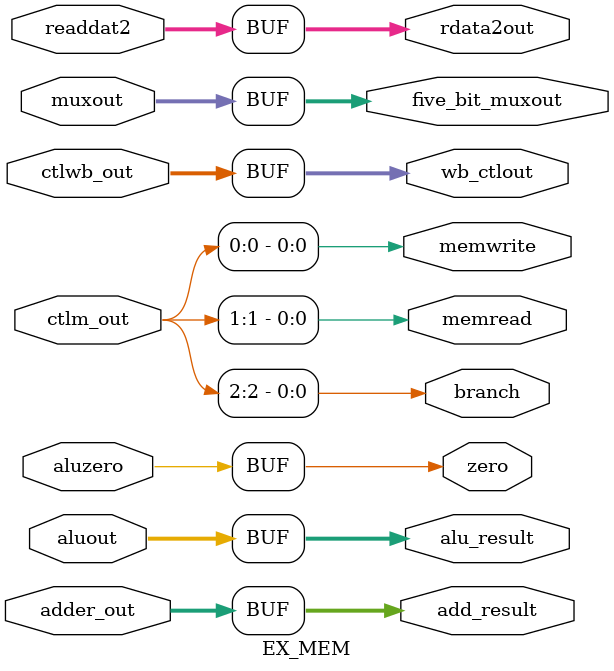
<source format=v>
`timescale 1ns / 1ps
module EX_MEM(
	input		wire	[1:0]		ctlwb_out,
	input		wire	[2:0]		ctlm_out,
	input		wire	[31:0]	adder_out,
	input		wire				aluzero,
	input		wire	[31:0]	aluout, readdat2,
	input		wire	[4:0]		muxout,
	output	reg	[1:0]		wb_ctlout,
	output	reg				branch, memread, memwrite,
	output	reg	[31:0]	add_result,
	output	reg				zero,
	output	reg	[31:0]	alu_result, rdata2out,
	output	reg	[4:0]		five_bit_muxout
    );

	initial begin
		wb_ctlout <= 0; 
		branch <= 0; memread <= 0; memwrite <= 0;
		add_result <= 0;
		zero <= 0;
		alu_result <= 0; rdata2out <= 0;
		five_bit_muxout <= 0;
	end

	always@* begin
		#1 //Update Delay
		
		//Use Fig 3.7 to assign the inputs to the outputs 
		wb_ctlout <= ctlwb_out;
		
		//KL, double check this, I flipped branch and memwrite
		branch <= ctlm_out[2];
		memread <= ctlm_out[1];       
		memwrite <= ctlm_out[0];     
            
      add_result <= adder_out;   
		zero <= aluzero;
		alu_result <= aluout;
		rdata2out <= readdat2;
		five_bit_muxout <= muxout;
	end

endmodule // ex_mem

</source>
